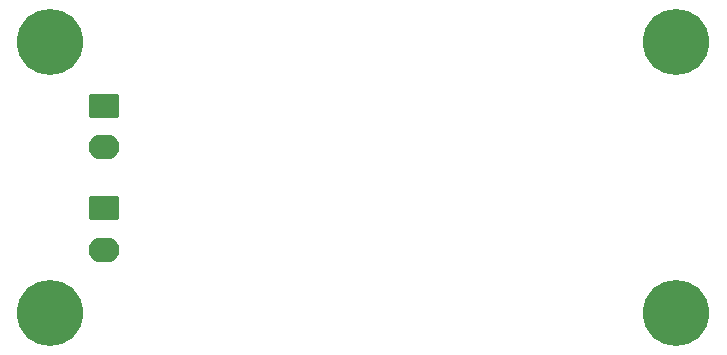
<source format=gbr>
%TF.GenerationSoftware,Altium Limited,Altium Designer,22.11.1 (43)*%
G04 Layer_Color=16711935*
%FSLAX45Y45*%
%MOMM*%
%TF.SameCoordinates,F25CF00E-CD35-404E-9013-36C82019CF52*%
%TF.FilePolarity,Negative*%
%TF.FileFunction,Soldermask,Bot*%
%TF.Part,Single*%
G01*
G75*
%TA.AperFunction,ComponentPad*%
G04:AMPARAMS|DCode=36|XSize=2.1mm|YSize=2.6mm|CornerRadius=0.3mm|HoleSize=0mm|Usage=FLASHONLY|Rotation=270.000|XOffset=0mm|YOffset=0mm|HoleType=Round|Shape=RoundedRectangle|*
%AMROUNDEDRECTD36*
21,1,2.10000,2.00000,0,0,270.0*
21,1,1.50000,2.60000,0,0,270.0*
1,1,0.60000,-1.00000,-0.75000*
1,1,0.60000,-1.00000,0.75000*
1,1,0.60000,1.00000,0.75000*
1,1,0.60000,1.00000,-0.75000*
%
%ADD36ROUNDEDRECTD36*%
%ADD37O,2.60000X2.10000*%
%ADD38C,5.60000*%
%TA.AperFunction,ViaPad*%
%ADD39C,0.70000*%
D36*
X805180Y2110220D02*
D03*
Y1239520D02*
D03*
D37*
Y1760220D02*
D03*
Y889520D02*
D03*
D38*
X5650000Y350000D02*
D03*
X350000Y2650000D02*
D03*
X5650000D02*
D03*
X350000Y350000D02*
D03*
D39*
X5791420Y491420D02*
D03*
X5850000Y350000D02*
D03*
X5650000Y550000D02*
D03*
X5791420Y208580D02*
D03*
X5650000Y150000D02*
D03*
X5508580Y491420D02*
D03*
X5450000Y350000D02*
D03*
X5508580Y208580D02*
D03*
X350000Y2850000D02*
D03*
X550000Y2650000D02*
D03*
X350000Y2450000D02*
D03*
X150000Y2650000D02*
D03*
X208580Y2791420D02*
D03*
X491420D02*
D03*
Y2508580D02*
D03*
X208580D02*
D03*
X5650000Y2850000D02*
D03*
X5850000Y2650000D02*
D03*
X5650000Y2450000D02*
D03*
X5450000Y2650000D02*
D03*
X5508580Y2791420D02*
D03*
X5791420D02*
D03*
Y2508580D02*
D03*
X5508580D02*
D03*
X350000Y550000D02*
D03*
X550000Y350000D02*
D03*
X350000Y150000D02*
D03*
X150000Y350000D02*
D03*
X208580Y491420D02*
D03*
X491420D02*
D03*
Y208580D02*
D03*
X208580D02*
D03*
%TF.MD5,43f63b34e3a3faa59c4677e169c7499a*%
M02*

</source>
